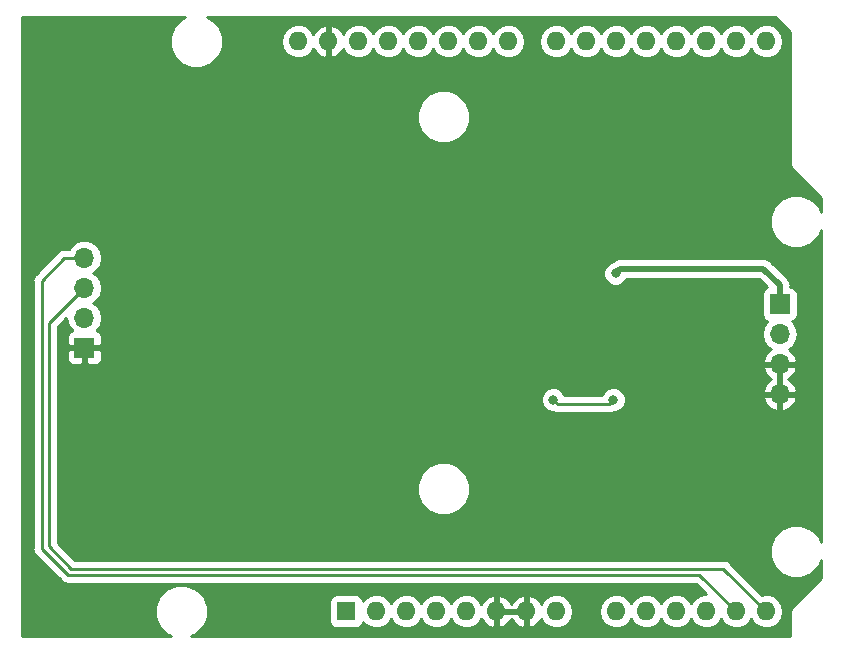
<source format=gbr>
G04 #@! TF.GenerationSoftware,KiCad,Pcbnew,(5.0.0)*
G04 #@! TF.CreationDate,2019-09-08T12:51:47+09:00*
G04 #@! TF.ProjectId,gauss_meter_hw,67617573735F6D657465725F68772E6B,rev?*
G04 #@! TF.SameCoordinates,Original*
G04 #@! TF.FileFunction,Copper,L2,Bot,Signal*
G04 #@! TF.FilePolarity,Positive*
%FSLAX46Y46*%
G04 Gerber Fmt 4.6, Leading zero omitted, Abs format (unit mm)*
G04 Created by KiCad (PCBNEW (5.0.0)) date 09/08/19 12:51:47*
%MOMM*%
%LPD*%
G01*
G04 APERTURE LIST*
G04 #@! TA.AperFunction,ComponentPad*
%ADD10O,1.600000X1.600000*%
G04 #@! TD*
G04 #@! TA.AperFunction,ComponentPad*
%ADD11R,1.600000X1.600000*%
G04 #@! TD*
G04 #@! TA.AperFunction,ComponentPad*
%ADD12R,1.700000X1.700000*%
G04 #@! TD*
G04 #@! TA.AperFunction,ComponentPad*
%ADD13O,1.700000X1.700000*%
G04 #@! TD*
G04 #@! TA.AperFunction,ViaPad*
%ADD14C,0.800000*%
G04 #@! TD*
G04 #@! TA.AperFunction,Conductor*
%ADD15C,0.500000*%
G04 #@! TD*
G04 #@! TA.AperFunction,Conductor*
%ADD16C,0.250000*%
G04 #@! TD*
G04 #@! TA.AperFunction,Conductor*
%ADD17C,0.254000*%
G04 #@! TD*
G04 APERTURE END LIST*
D10*
G04 #@! TO.P,A1,29*
G04 #@! TO.N,GND*
X142655001Y-64055001D03*
G04 #@! TO.P,A1,30*
G04 #@! TO.N,Net-(A1-Pad30)*
X140115001Y-64055001D03*
D11*
G04 #@! TO.P,A1,1*
G04 #@! TO.N,Net-(A1-Pad1)*
X144175001Y-112315001D03*
D10*
G04 #@! TO.P,A1,17*
G04 #@! TO.N,Net-(A1-Pad17)*
X174655001Y-64055001D03*
G04 #@! TO.P,A1,2*
G04 #@! TO.N,Net-(A1-Pad2)*
X146715001Y-112315001D03*
G04 #@! TO.P,A1,18*
G04 #@! TO.N,Net-(A1-Pad18)*
X172115001Y-64055001D03*
G04 #@! TO.P,A1,3*
G04 #@! TO.N,Net-(A1-Pad3)*
X149255001Y-112315001D03*
G04 #@! TO.P,A1,19*
G04 #@! TO.N,Net-(A1-Pad19)*
X169575001Y-64055001D03*
G04 #@! TO.P,A1,4*
G04 #@! TO.N,Net-(A1-Pad4)*
X151795001Y-112315001D03*
G04 #@! TO.P,A1,20*
G04 #@! TO.N,Net-(A1-Pad20)*
X167035001Y-64055001D03*
G04 #@! TO.P,A1,5*
G04 #@! TO.N,+5V*
X154335001Y-112315001D03*
G04 #@! TO.P,A1,21*
G04 #@! TO.N,Net-(A1-Pad21)*
X164495001Y-64055001D03*
G04 #@! TO.P,A1,6*
G04 #@! TO.N,GND*
X156875001Y-112315001D03*
G04 #@! TO.P,A1,22*
G04 #@! TO.N,Net-(A1-Pad22)*
X161955001Y-64055001D03*
G04 #@! TO.P,A1,7*
G04 #@! TO.N,GND*
X159415001Y-112315001D03*
G04 #@! TO.P,A1,23*
G04 #@! TO.N,Net-(A1-Pad23)*
X157895001Y-64055001D03*
G04 #@! TO.P,A1,8*
G04 #@! TO.N,Net-(A1-Pad8)*
X161955001Y-112315001D03*
G04 #@! TO.P,A1,24*
G04 #@! TO.N,Net-(A1-Pad24)*
X155355001Y-64055001D03*
G04 #@! TO.P,A1,9*
G04 #@! TO.N,Net-(A1-Pad9)*
X167035001Y-112315001D03*
G04 #@! TO.P,A1,25*
G04 #@! TO.N,Net-(A1-Pad25)*
X152815001Y-64055001D03*
G04 #@! TO.P,A1,10*
G04 #@! TO.N,Net-(A1-Pad10)*
X169575001Y-112315001D03*
G04 #@! TO.P,A1,26*
G04 #@! TO.N,Net-(A1-Pad26)*
X150275001Y-64055001D03*
G04 #@! TO.P,A1,11*
G04 #@! TO.N,Net-(A1-Pad11)*
X172115001Y-112315001D03*
G04 #@! TO.P,A1,27*
G04 #@! TO.N,Net-(A1-Pad27)*
X147735001Y-64055001D03*
G04 #@! TO.P,A1,12*
G04 #@! TO.N,Net-(A1-Pad12)*
X174655001Y-112315001D03*
G04 #@! TO.P,A1,28*
G04 #@! TO.N,Net-(A1-Pad28)*
X145195001Y-64055001D03*
G04 #@! TO.P,A1,13*
G04 #@! TO.N,Net-(A1-Pad13)*
X177195001Y-112315001D03*
G04 #@! TO.P,A1,14*
G04 #@! TO.N,Net-(A1-Pad14)*
X179735001Y-112315001D03*
G04 #@! TO.P,A1,15*
G04 #@! TO.N,Net-(A1-Pad15)*
X179735001Y-64055001D03*
G04 #@! TO.P,A1,16*
G04 #@! TO.N,Net-(A1-Pad16)*
X177195001Y-64055001D03*
G04 #@! TD*
D12*
G04 #@! TO.P,J1,1*
G04 #@! TO.N,+5V*
X180900000Y-86300000D03*
D13*
G04 #@! TO.P,J1,2*
G04 #@! TO.N,Net-(C1-Pad1)*
X180900000Y-88840000D03*
G04 #@! TO.P,J1,3*
G04 #@! TO.N,GND*
X180900000Y-91380000D03*
G04 #@! TO.P,J1,4*
X180900000Y-93920000D03*
G04 #@! TD*
D12*
G04 #@! TO.P,J2,1*
G04 #@! TO.N,GND*
X122000000Y-90000000D03*
D13*
G04 #@! TO.P,J2,2*
G04 #@! TO.N,+5V*
X122000000Y-87460000D03*
G04 #@! TO.P,J2,3*
G04 #@! TO.N,Net-(A1-Pad14)*
X122000000Y-84920000D03*
G04 #@! TO.P,J2,4*
G04 #@! TO.N,Net-(A1-Pad13)*
X122000000Y-82380000D03*
G04 #@! TD*
D14*
G04 #@! TO.N,GND*
X166485001Y-102305001D03*
X167685001Y-102305001D03*
X168885001Y-102305001D03*
X170085001Y-102305001D03*
X171285001Y-102305001D03*
X172485001Y-102305001D03*
X173685001Y-102305001D03*
X174885001Y-102305001D03*
X176085001Y-102305001D03*
X166485001Y-103405001D03*
X167685001Y-103405001D03*
X168885001Y-103405001D03*
X170085001Y-103405001D03*
X171285001Y-103405001D03*
X172485001Y-103405001D03*
X173685001Y-103405001D03*
X174885001Y-103405001D03*
X176085001Y-103405001D03*
X166485001Y-104505001D03*
X167685001Y-104505001D03*
X168885001Y-104505001D03*
X170085001Y-104505001D03*
X171285001Y-104505001D03*
X172485001Y-104505001D03*
X173685001Y-104505001D03*
X174885001Y-104505001D03*
X176085001Y-104505001D03*
X118285001Y-112205001D03*
X119585001Y-112205001D03*
X120885001Y-112205001D03*
X122185001Y-112205001D03*
X123485001Y-112205001D03*
X124785001Y-112205001D03*
X126085001Y-112205001D03*
X127385001Y-112205001D03*
X127785001Y-65305001D03*
X125385001Y-65305001D03*
X127785001Y-64205001D03*
X122985001Y-64205001D03*
X122985001Y-65305001D03*
X126585001Y-64205001D03*
X121785001Y-65305001D03*
X125385001Y-64205001D03*
X126585001Y-65305001D03*
X118185001Y-65305001D03*
X120585001Y-65305001D03*
X121785001Y-64205001D03*
X119385001Y-65305001D03*
X118185001Y-63105001D03*
X126585001Y-63105001D03*
X119385001Y-63105001D03*
X120585001Y-63105001D03*
X121785001Y-63105001D03*
X122985001Y-63105001D03*
X124185001Y-63105001D03*
X125385001Y-63105001D03*
X124185001Y-65305001D03*
X127785001Y-63105001D03*
X118185001Y-64205001D03*
X119385001Y-64205001D03*
X120585001Y-64205001D03*
X124185001Y-64205001D03*
X157785001Y-75905001D03*
X156685001Y-83005001D03*
X157785001Y-80605001D03*
X157785001Y-79405001D03*
X157785001Y-78305001D03*
X155585001Y-80605001D03*
X155585001Y-78305001D03*
X156685001Y-80605001D03*
X157785001Y-83005001D03*
X157785001Y-81805001D03*
X155585001Y-79405001D03*
X156685001Y-77105001D03*
X155585001Y-75905001D03*
X156685001Y-79405001D03*
X157785001Y-77105001D03*
X155585001Y-77105001D03*
X157785001Y-85405001D03*
X155585001Y-85405001D03*
X157785001Y-84205001D03*
X156685001Y-81805001D03*
X156685001Y-85405001D03*
X156685001Y-84205001D03*
X156685001Y-78305001D03*
X156685001Y-75905001D03*
X155585001Y-84205001D03*
X155585001Y-81805001D03*
X155585001Y-83005001D03*
X159085001Y-76005001D03*
X162685001Y-77105001D03*
X160285001Y-77105001D03*
X166285001Y-77105001D03*
X162685001Y-76005001D03*
X160285001Y-78205001D03*
X168685001Y-77105001D03*
X160285001Y-76005001D03*
X159085001Y-77105001D03*
X161485001Y-76005001D03*
X163885001Y-76005001D03*
X165085001Y-77105001D03*
X163885001Y-78205001D03*
X165085001Y-78205001D03*
X165085001Y-76005001D03*
X159085001Y-78205001D03*
X163885001Y-77105001D03*
X166285001Y-78205001D03*
X166285001Y-76005001D03*
X161485001Y-78205001D03*
X168685001Y-78205001D03*
X162685001Y-78205001D03*
X167485001Y-77105001D03*
X167485001Y-78205001D03*
X168685001Y-76005001D03*
X167485001Y-76005001D03*
X161485001Y-77105001D03*
X169885001Y-76005001D03*
X174685001Y-76005001D03*
X175885001Y-78205001D03*
X177085001Y-76005001D03*
X173485001Y-78205001D03*
X177085001Y-77105001D03*
X179485001Y-77105001D03*
X177085001Y-78205001D03*
X179485001Y-78205001D03*
X178285001Y-78205001D03*
X169885001Y-78205001D03*
X178285001Y-76005001D03*
X172285001Y-77105001D03*
X172285001Y-76005001D03*
X175885001Y-77105001D03*
X174685001Y-77105001D03*
X178285001Y-77105001D03*
X173485001Y-77105001D03*
X171085001Y-76005001D03*
X174685001Y-78205001D03*
X171085001Y-77105001D03*
X171085001Y-78205001D03*
X175885001Y-76005001D03*
X172285001Y-78205001D03*
X179485001Y-76005001D03*
X169885001Y-77105001D03*
X173485001Y-76005001D03*
X155585001Y-96105001D03*
X156685001Y-92505001D03*
X156685001Y-94905001D03*
X156685001Y-88905001D03*
X155585001Y-92505001D03*
X157785001Y-94905001D03*
X156685001Y-86505001D03*
X155585001Y-94905001D03*
X156685001Y-96105001D03*
X155585001Y-93705001D03*
X155585001Y-91305001D03*
X156685001Y-90105001D03*
X157785001Y-91305001D03*
X157785001Y-90105001D03*
X155585001Y-90105001D03*
X157785001Y-96105001D03*
X156685001Y-91305001D03*
X157785001Y-88905001D03*
X155585001Y-88905001D03*
X157785001Y-93705001D03*
X157785001Y-86505001D03*
X157785001Y-92505001D03*
X156685001Y-87705001D03*
X157785001Y-87705001D03*
X155585001Y-86505001D03*
X155585001Y-87705001D03*
X156685001Y-93705001D03*
X156685001Y-102105001D03*
X157785001Y-102105001D03*
X156685001Y-98505001D03*
X157785001Y-104505001D03*
X156685001Y-100905001D03*
X155585001Y-104505001D03*
X156685001Y-104505001D03*
X156685001Y-99705001D03*
X155585001Y-102105001D03*
X155585001Y-100905001D03*
X157785001Y-98505001D03*
X156685001Y-97305001D03*
X157785001Y-97305001D03*
X155585001Y-103305001D03*
X155585001Y-97305001D03*
X156685001Y-103305001D03*
X157785001Y-99705001D03*
X157785001Y-100905001D03*
X155585001Y-99705001D03*
X157785001Y-103305001D03*
X155585001Y-98505001D03*
X160085001Y-103305001D03*
X160085001Y-102105001D03*
X160085001Y-104505001D03*
X158985001Y-104505001D03*
X158985001Y-103305001D03*
X158985001Y-102105001D03*
X161185001Y-102105001D03*
X161185001Y-104505001D03*
X162285001Y-104505001D03*
X161185001Y-103305001D03*
X162285001Y-103305001D03*
X162285001Y-102105001D03*
X163385001Y-104505001D03*
X163385001Y-102105001D03*
X163385001Y-103305001D03*
G04 #@! TO.N,+5V*
X166985001Y-83705001D03*
G04 #@! TO.N,Net-(RV2-Pad1)*
X161700000Y-94390002D03*
X166800000Y-94390002D03*
G04 #@! TD*
D15*
G04 #@! TO.N,+5V*
X167385000Y-83305002D02*
X179485002Y-83305002D01*
X166985001Y-83705001D02*
X167385000Y-83305002D01*
X180900000Y-84720000D02*
X180900000Y-86300000D01*
X179485002Y-83305002D02*
X180900000Y-84720000D01*
D16*
G04 #@! TO.N,Net-(A1-Pad13)*
X177195001Y-112315001D02*
X174085001Y-109205001D01*
X174085001Y-109205001D02*
X120585001Y-109205001D01*
X120585001Y-109205001D02*
X118385001Y-107005001D01*
X118385001Y-107005001D02*
X118385001Y-84305001D01*
X120310002Y-82380000D02*
X122000000Y-82380000D01*
X118385001Y-84305001D02*
X120310002Y-82380000D01*
G04 #@! TO.N,Net-(A1-Pad14)*
X118985001Y-87934999D02*
X122000000Y-84920000D01*
X118985001Y-106805001D02*
X118985001Y-87934999D01*
X120885001Y-108705001D02*
X118985001Y-106805001D01*
X179735001Y-112315001D02*
X176125001Y-108705001D01*
X176125001Y-108705001D02*
X120885001Y-108705001D01*
G04 #@! TO.N,Net-(RV2-Pad1)*
X166400001Y-94790001D02*
X166800000Y-94390002D01*
X162099999Y-94790001D02*
X166400001Y-94790001D01*
X161700000Y-94390002D02*
X162099999Y-94790001D01*
G04 #@! TD*
D17*
G04 #@! TO.N,GND*
G36*
X130208975Y-62160260D02*
X129580260Y-62788975D01*
X129240001Y-63610432D01*
X129240001Y-64499570D01*
X129580260Y-65321027D01*
X130208975Y-65949742D01*
X131030432Y-66290001D01*
X131919570Y-66290001D01*
X132741027Y-65949742D01*
X133369742Y-65321027D01*
X133710001Y-64499570D01*
X133710001Y-64055001D01*
X138651888Y-64055001D01*
X138763261Y-64614910D01*
X139080424Y-65089578D01*
X139555092Y-65406741D01*
X139973668Y-65490001D01*
X140256334Y-65490001D01*
X140674910Y-65406741D01*
X141149578Y-65089578D01*
X141405948Y-64705893D01*
X141502612Y-64910135D01*
X141917578Y-65286042D01*
X142305962Y-65446905D01*
X142528001Y-65324916D01*
X142528001Y-64182001D01*
X142508001Y-64182001D01*
X142508001Y-63928001D01*
X142528001Y-63928001D01*
X142528001Y-62785086D01*
X142782001Y-62785086D01*
X142782001Y-63928001D01*
X142802001Y-63928001D01*
X142802001Y-64182001D01*
X142782001Y-64182001D01*
X142782001Y-65324916D01*
X143004040Y-65446905D01*
X143392424Y-65286042D01*
X143807390Y-64910135D01*
X143904054Y-64705893D01*
X144160424Y-65089578D01*
X144635092Y-65406741D01*
X145053668Y-65490001D01*
X145336334Y-65490001D01*
X145754910Y-65406741D01*
X146229578Y-65089578D01*
X146465001Y-64737243D01*
X146700424Y-65089578D01*
X147175092Y-65406741D01*
X147593668Y-65490001D01*
X147876334Y-65490001D01*
X148294910Y-65406741D01*
X148769578Y-65089578D01*
X149005001Y-64737243D01*
X149240424Y-65089578D01*
X149715092Y-65406741D01*
X150133668Y-65490001D01*
X150416334Y-65490001D01*
X150834910Y-65406741D01*
X151309578Y-65089578D01*
X151545001Y-64737243D01*
X151780424Y-65089578D01*
X152255092Y-65406741D01*
X152673668Y-65490001D01*
X152956334Y-65490001D01*
X153374910Y-65406741D01*
X153849578Y-65089578D01*
X154085001Y-64737243D01*
X154320424Y-65089578D01*
X154795092Y-65406741D01*
X155213668Y-65490001D01*
X155496334Y-65490001D01*
X155914910Y-65406741D01*
X156389578Y-65089578D01*
X156625001Y-64737243D01*
X156860424Y-65089578D01*
X157335092Y-65406741D01*
X157753668Y-65490001D01*
X158036334Y-65490001D01*
X158454910Y-65406741D01*
X158929578Y-65089578D01*
X159246741Y-64614910D01*
X159358114Y-64055001D01*
X160491888Y-64055001D01*
X160603261Y-64614910D01*
X160920424Y-65089578D01*
X161395092Y-65406741D01*
X161813668Y-65490001D01*
X162096334Y-65490001D01*
X162514910Y-65406741D01*
X162989578Y-65089578D01*
X163225001Y-64737243D01*
X163460424Y-65089578D01*
X163935092Y-65406741D01*
X164353668Y-65490001D01*
X164636334Y-65490001D01*
X165054910Y-65406741D01*
X165529578Y-65089578D01*
X165765001Y-64737243D01*
X166000424Y-65089578D01*
X166475092Y-65406741D01*
X166893668Y-65490001D01*
X167176334Y-65490001D01*
X167594910Y-65406741D01*
X168069578Y-65089578D01*
X168305001Y-64737243D01*
X168540424Y-65089578D01*
X169015092Y-65406741D01*
X169433668Y-65490001D01*
X169716334Y-65490001D01*
X170134910Y-65406741D01*
X170609578Y-65089578D01*
X170845001Y-64737243D01*
X171080424Y-65089578D01*
X171555092Y-65406741D01*
X171973668Y-65490001D01*
X172256334Y-65490001D01*
X172674910Y-65406741D01*
X173149578Y-65089578D01*
X173385001Y-64737243D01*
X173620424Y-65089578D01*
X174095092Y-65406741D01*
X174513668Y-65490001D01*
X174796334Y-65490001D01*
X175214910Y-65406741D01*
X175689578Y-65089578D01*
X175925001Y-64737243D01*
X176160424Y-65089578D01*
X176635092Y-65406741D01*
X177053668Y-65490001D01*
X177336334Y-65490001D01*
X177754910Y-65406741D01*
X178229578Y-65089578D01*
X178465001Y-64737243D01*
X178700424Y-65089578D01*
X179175092Y-65406741D01*
X179593668Y-65490001D01*
X179876334Y-65490001D01*
X180294910Y-65406741D01*
X180769578Y-65089578D01*
X181086741Y-64614910D01*
X181198114Y-64055001D01*
X181086741Y-63495092D01*
X180769578Y-63020424D01*
X180294910Y-62703261D01*
X179876334Y-62620001D01*
X179593668Y-62620001D01*
X179175092Y-62703261D01*
X178700424Y-63020424D01*
X178465001Y-63372759D01*
X178229578Y-63020424D01*
X177754910Y-62703261D01*
X177336334Y-62620001D01*
X177053668Y-62620001D01*
X176635092Y-62703261D01*
X176160424Y-63020424D01*
X175925001Y-63372759D01*
X175689578Y-63020424D01*
X175214910Y-62703261D01*
X174796334Y-62620001D01*
X174513668Y-62620001D01*
X174095092Y-62703261D01*
X173620424Y-63020424D01*
X173385001Y-63372759D01*
X173149578Y-63020424D01*
X172674910Y-62703261D01*
X172256334Y-62620001D01*
X171973668Y-62620001D01*
X171555092Y-62703261D01*
X171080424Y-63020424D01*
X170845001Y-63372759D01*
X170609578Y-63020424D01*
X170134910Y-62703261D01*
X169716334Y-62620001D01*
X169433668Y-62620001D01*
X169015092Y-62703261D01*
X168540424Y-63020424D01*
X168305001Y-63372759D01*
X168069578Y-63020424D01*
X167594910Y-62703261D01*
X167176334Y-62620001D01*
X166893668Y-62620001D01*
X166475092Y-62703261D01*
X166000424Y-63020424D01*
X165765001Y-63372759D01*
X165529578Y-63020424D01*
X165054910Y-62703261D01*
X164636334Y-62620001D01*
X164353668Y-62620001D01*
X163935092Y-62703261D01*
X163460424Y-63020424D01*
X163225001Y-63372759D01*
X162989578Y-63020424D01*
X162514910Y-62703261D01*
X162096334Y-62620001D01*
X161813668Y-62620001D01*
X161395092Y-62703261D01*
X160920424Y-63020424D01*
X160603261Y-63495092D01*
X160491888Y-64055001D01*
X159358114Y-64055001D01*
X159246741Y-63495092D01*
X158929578Y-63020424D01*
X158454910Y-62703261D01*
X158036334Y-62620001D01*
X157753668Y-62620001D01*
X157335092Y-62703261D01*
X156860424Y-63020424D01*
X156625001Y-63372759D01*
X156389578Y-63020424D01*
X155914910Y-62703261D01*
X155496334Y-62620001D01*
X155213668Y-62620001D01*
X154795092Y-62703261D01*
X154320424Y-63020424D01*
X154085001Y-63372759D01*
X153849578Y-63020424D01*
X153374910Y-62703261D01*
X152956334Y-62620001D01*
X152673668Y-62620001D01*
X152255092Y-62703261D01*
X151780424Y-63020424D01*
X151545001Y-63372759D01*
X151309578Y-63020424D01*
X150834910Y-62703261D01*
X150416334Y-62620001D01*
X150133668Y-62620001D01*
X149715092Y-62703261D01*
X149240424Y-63020424D01*
X149005001Y-63372759D01*
X148769578Y-63020424D01*
X148294910Y-62703261D01*
X147876334Y-62620001D01*
X147593668Y-62620001D01*
X147175092Y-62703261D01*
X146700424Y-63020424D01*
X146465001Y-63372759D01*
X146229578Y-63020424D01*
X145754910Y-62703261D01*
X145336334Y-62620001D01*
X145053668Y-62620001D01*
X144635092Y-62703261D01*
X144160424Y-63020424D01*
X143904054Y-63404109D01*
X143807390Y-63199867D01*
X143392424Y-62823960D01*
X143004040Y-62663097D01*
X142782001Y-62785086D01*
X142528001Y-62785086D01*
X142305962Y-62663097D01*
X141917578Y-62823960D01*
X141502612Y-63199867D01*
X141405948Y-63404109D01*
X141149578Y-63020424D01*
X140674910Y-62703261D01*
X140256334Y-62620001D01*
X139973668Y-62620001D01*
X139555092Y-62703261D01*
X139080424Y-63020424D01*
X138763261Y-63495092D01*
X138651888Y-64055001D01*
X133710001Y-64055001D01*
X133710001Y-63610432D01*
X133369742Y-62788975D01*
X132741027Y-62160260D01*
X132390341Y-62015001D01*
X180490911Y-62015001D01*
X181775001Y-63299092D01*
X181775002Y-74335072D01*
X181761092Y-74405001D01*
X181816197Y-74682029D01*
X181973121Y-74916882D01*
X182032403Y-74956493D01*
X184375001Y-77299092D01*
X184375001Y-78524514D01*
X184169742Y-78028975D01*
X183541027Y-77400260D01*
X182719570Y-77060001D01*
X181830432Y-77060001D01*
X181008975Y-77400260D01*
X180380260Y-78028975D01*
X180040001Y-78850432D01*
X180040001Y-79739570D01*
X180380260Y-80561027D01*
X181008975Y-81189742D01*
X181830432Y-81530001D01*
X182719570Y-81530001D01*
X183541027Y-81189742D01*
X184169742Y-80561027D01*
X184375001Y-80065488D01*
X184375002Y-106464516D01*
X184169742Y-105968975D01*
X183541027Y-105340260D01*
X182719570Y-105000001D01*
X181830432Y-105000001D01*
X181008975Y-105340260D01*
X180380260Y-105968975D01*
X180040001Y-106790432D01*
X180040001Y-107679570D01*
X180380260Y-108501027D01*
X181008975Y-109129742D01*
X181830432Y-109470001D01*
X182719570Y-109470001D01*
X183541027Y-109129742D01*
X184169742Y-108501027D01*
X184375002Y-108005486D01*
X184375002Y-109510909D01*
X182032403Y-111853509D01*
X181973120Y-111893121D01*
X181816196Y-112127974D01*
X181778994Y-112315001D01*
X181761092Y-112405001D01*
X181775001Y-112474926D01*
X181775002Y-114395001D01*
X131023773Y-114395001D01*
X131471027Y-114209742D01*
X132099742Y-113581027D01*
X132440001Y-112759570D01*
X132440001Y-111870432D01*
X132292777Y-111515001D01*
X142727561Y-111515001D01*
X142727561Y-113115001D01*
X142776844Y-113362766D01*
X142917192Y-113572810D01*
X143127236Y-113713158D01*
X143375001Y-113762441D01*
X144975001Y-113762441D01*
X145222766Y-113713158D01*
X145432810Y-113572810D01*
X145573158Y-113362766D01*
X145599786Y-113228895D01*
X145680424Y-113349578D01*
X146155092Y-113666741D01*
X146573668Y-113750001D01*
X146856334Y-113750001D01*
X147274910Y-113666741D01*
X147749578Y-113349578D01*
X147985001Y-112997243D01*
X148220424Y-113349578D01*
X148695092Y-113666741D01*
X149113668Y-113750001D01*
X149396334Y-113750001D01*
X149814910Y-113666741D01*
X150289578Y-113349578D01*
X150525001Y-112997243D01*
X150760424Y-113349578D01*
X151235092Y-113666741D01*
X151653668Y-113750001D01*
X151936334Y-113750001D01*
X152354910Y-113666741D01*
X152829578Y-113349578D01*
X153065001Y-112997243D01*
X153300424Y-113349578D01*
X153775092Y-113666741D01*
X154193668Y-113750001D01*
X154476334Y-113750001D01*
X154894910Y-113666741D01*
X155369578Y-113349578D01*
X155625948Y-112965893D01*
X155722612Y-113170135D01*
X156137578Y-113546042D01*
X156525962Y-113706905D01*
X156748001Y-113584916D01*
X156748001Y-112442001D01*
X157002001Y-112442001D01*
X157002001Y-113584916D01*
X157224040Y-113706905D01*
X157612424Y-113546042D01*
X158027390Y-113170135D01*
X158145001Y-112921634D01*
X158262612Y-113170135D01*
X158677578Y-113546042D01*
X159065962Y-113706905D01*
X159288001Y-113584916D01*
X159288001Y-112442001D01*
X157002001Y-112442001D01*
X156748001Y-112442001D01*
X156728001Y-112442001D01*
X156728001Y-112188001D01*
X156748001Y-112188001D01*
X156748001Y-111045086D01*
X157002001Y-111045086D01*
X157002001Y-112188001D01*
X159288001Y-112188001D01*
X159288001Y-111045086D01*
X159542001Y-111045086D01*
X159542001Y-112188001D01*
X159562001Y-112188001D01*
X159562001Y-112442001D01*
X159542001Y-112442001D01*
X159542001Y-113584916D01*
X159764040Y-113706905D01*
X160152424Y-113546042D01*
X160567390Y-113170135D01*
X160664054Y-112965893D01*
X160920424Y-113349578D01*
X161395092Y-113666741D01*
X161813668Y-113750001D01*
X162096334Y-113750001D01*
X162514910Y-113666741D01*
X162989578Y-113349578D01*
X163306741Y-112874910D01*
X163418114Y-112315001D01*
X163306741Y-111755092D01*
X162989578Y-111280424D01*
X162514910Y-110963261D01*
X162096334Y-110880001D01*
X161813668Y-110880001D01*
X161395092Y-110963261D01*
X160920424Y-111280424D01*
X160664054Y-111664109D01*
X160567390Y-111459867D01*
X160152424Y-111083960D01*
X159764040Y-110923097D01*
X159542001Y-111045086D01*
X159288001Y-111045086D01*
X159065962Y-110923097D01*
X158677578Y-111083960D01*
X158262612Y-111459867D01*
X158145001Y-111708368D01*
X158027390Y-111459867D01*
X157612424Y-111083960D01*
X157224040Y-110923097D01*
X157002001Y-111045086D01*
X156748001Y-111045086D01*
X156525962Y-110923097D01*
X156137578Y-111083960D01*
X155722612Y-111459867D01*
X155625948Y-111664109D01*
X155369578Y-111280424D01*
X154894910Y-110963261D01*
X154476334Y-110880001D01*
X154193668Y-110880001D01*
X153775092Y-110963261D01*
X153300424Y-111280424D01*
X153065001Y-111632759D01*
X152829578Y-111280424D01*
X152354910Y-110963261D01*
X151936334Y-110880001D01*
X151653668Y-110880001D01*
X151235092Y-110963261D01*
X150760424Y-111280424D01*
X150525001Y-111632759D01*
X150289578Y-111280424D01*
X149814910Y-110963261D01*
X149396334Y-110880001D01*
X149113668Y-110880001D01*
X148695092Y-110963261D01*
X148220424Y-111280424D01*
X147985001Y-111632759D01*
X147749578Y-111280424D01*
X147274910Y-110963261D01*
X146856334Y-110880001D01*
X146573668Y-110880001D01*
X146155092Y-110963261D01*
X145680424Y-111280424D01*
X145599786Y-111401107D01*
X145573158Y-111267236D01*
X145432810Y-111057192D01*
X145222766Y-110916844D01*
X144975001Y-110867561D01*
X143375001Y-110867561D01*
X143127236Y-110916844D01*
X142917192Y-111057192D01*
X142776844Y-111267236D01*
X142727561Y-111515001D01*
X132292777Y-111515001D01*
X132099742Y-111048975D01*
X131471027Y-110420260D01*
X130649570Y-110080001D01*
X129760432Y-110080001D01*
X128938975Y-110420260D01*
X128310260Y-111048975D01*
X127970001Y-111870432D01*
X127970001Y-112759570D01*
X128310260Y-113581027D01*
X128938975Y-114209742D01*
X129386229Y-114395001D01*
X116695001Y-114395001D01*
X116695001Y-84305001D01*
X117610113Y-84305001D01*
X117625002Y-84379853D01*
X117625001Y-106930154D01*
X117610113Y-107005001D01*
X117625001Y-107079848D01*
X117625001Y-107079852D01*
X117669097Y-107301537D01*
X117837072Y-107552930D01*
X117900531Y-107595332D01*
X119994671Y-109689473D01*
X120037072Y-109752930D01*
X120100528Y-109795330D01*
X120288463Y-109920905D01*
X120336606Y-109930481D01*
X120510149Y-109965001D01*
X120510153Y-109965001D01*
X120585001Y-109979889D01*
X120659849Y-109965001D01*
X173770200Y-109965001D01*
X174685200Y-110880001D01*
X174513668Y-110880001D01*
X174095092Y-110963261D01*
X173620424Y-111280424D01*
X173385001Y-111632759D01*
X173149578Y-111280424D01*
X172674910Y-110963261D01*
X172256334Y-110880001D01*
X171973668Y-110880001D01*
X171555092Y-110963261D01*
X171080424Y-111280424D01*
X170845001Y-111632759D01*
X170609578Y-111280424D01*
X170134910Y-110963261D01*
X169716334Y-110880001D01*
X169433668Y-110880001D01*
X169015092Y-110963261D01*
X168540424Y-111280424D01*
X168305001Y-111632759D01*
X168069578Y-111280424D01*
X167594910Y-110963261D01*
X167176334Y-110880001D01*
X166893668Y-110880001D01*
X166475092Y-110963261D01*
X166000424Y-111280424D01*
X165683261Y-111755092D01*
X165571888Y-112315001D01*
X165683261Y-112874910D01*
X166000424Y-113349578D01*
X166475092Y-113666741D01*
X166893668Y-113750001D01*
X167176334Y-113750001D01*
X167594910Y-113666741D01*
X168069578Y-113349578D01*
X168305001Y-112997243D01*
X168540424Y-113349578D01*
X169015092Y-113666741D01*
X169433668Y-113750001D01*
X169716334Y-113750001D01*
X170134910Y-113666741D01*
X170609578Y-113349578D01*
X170845001Y-112997243D01*
X171080424Y-113349578D01*
X171555092Y-113666741D01*
X171973668Y-113750001D01*
X172256334Y-113750001D01*
X172674910Y-113666741D01*
X173149578Y-113349578D01*
X173385001Y-112997243D01*
X173620424Y-113349578D01*
X174095092Y-113666741D01*
X174513668Y-113750001D01*
X174796334Y-113750001D01*
X175214910Y-113666741D01*
X175689578Y-113349578D01*
X175925001Y-112997243D01*
X176160424Y-113349578D01*
X176635092Y-113666741D01*
X177053668Y-113750001D01*
X177336334Y-113750001D01*
X177754910Y-113666741D01*
X178229578Y-113349578D01*
X178465001Y-112997243D01*
X178700424Y-113349578D01*
X179175092Y-113666741D01*
X179593668Y-113750001D01*
X179876334Y-113750001D01*
X180294910Y-113666741D01*
X180769578Y-113349578D01*
X181086741Y-112874910D01*
X181198114Y-112315001D01*
X181086741Y-111755092D01*
X180769578Y-111280424D01*
X180294910Y-110963261D01*
X179876334Y-110880001D01*
X179593668Y-110880001D01*
X179411115Y-110916313D01*
X176715332Y-108220531D01*
X176672930Y-108157072D01*
X176421538Y-107989097D01*
X176199853Y-107945001D01*
X176199848Y-107945001D01*
X176125001Y-107930113D01*
X176050154Y-107945001D01*
X121199803Y-107945001D01*
X119745001Y-106490200D01*
X119745001Y-101495431D01*
X150165000Y-101495431D01*
X150165000Y-102384569D01*
X150505259Y-103206026D01*
X151133974Y-103834741D01*
X151955431Y-104175000D01*
X152844569Y-104175000D01*
X153666026Y-103834741D01*
X154294741Y-103206026D01*
X154635000Y-102384569D01*
X154635000Y-101495431D01*
X154294741Y-100673974D01*
X153666026Y-100045259D01*
X152844569Y-99705000D01*
X151955431Y-99705000D01*
X151133974Y-100045259D01*
X150505259Y-100673974D01*
X150165000Y-101495431D01*
X119745001Y-101495431D01*
X119745001Y-94184128D01*
X160665000Y-94184128D01*
X160665000Y-94595876D01*
X160822569Y-94976282D01*
X161113720Y-95267433D01*
X161494126Y-95425002D01*
X161682382Y-95425002D01*
X161803462Y-95505905D01*
X162025147Y-95550001D01*
X162025151Y-95550001D01*
X162099998Y-95564889D01*
X162174845Y-95550001D01*
X166325154Y-95550001D01*
X166400001Y-95564889D01*
X166474848Y-95550001D01*
X166474853Y-95550001D01*
X166696538Y-95505905D01*
X166817618Y-95425002D01*
X167005874Y-95425002D01*
X167386280Y-95267433D01*
X167677431Y-94976282D01*
X167835000Y-94595876D01*
X167835000Y-94276890D01*
X179458524Y-94276890D01*
X179628355Y-94686924D01*
X180018642Y-95115183D01*
X180543108Y-95361486D01*
X180773000Y-95240819D01*
X180773000Y-94047000D01*
X181027000Y-94047000D01*
X181027000Y-95240819D01*
X181256892Y-95361486D01*
X181781358Y-95115183D01*
X182171645Y-94686924D01*
X182341476Y-94276890D01*
X182220155Y-94047000D01*
X181027000Y-94047000D01*
X180773000Y-94047000D01*
X179579845Y-94047000D01*
X179458524Y-94276890D01*
X167835000Y-94276890D01*
X167835000Y-94184128D01*
X167677431Y-93803722D01*
X167386280Y-93512571D01*
X167005874Y-93355002D01*
X166594126Y-93355002D01*
X166213720Y-93512571D01*
X165922569Y-93803722D01*
X165828841Y-94030001D01*
X162671159Y-94030001D01*
X162577431Y-93803722D01*
X162286280Y-93512571D01*
X161905874Y-93355002D01*
X161494126Y-93355002D01*
X161113720Y-93512571D01*
X160822569Y-93803722D01*
X160665000Y-94184128D01*
X119745001Y-94184128D01*
X119745001Y-91736890D01*
X179458524Y-91736890D01*
X179628355Y-92146924D01*
X180018642Y-92575183D01*
X180177954Y-92650000D01*
X180018642Y-92724817D01*
X179628355Y-93153076D01*
X179458524Y-93563110D01*
X179579845Y-93793000D01*
X180773000Y-93793000D01*
X180773000Y-91507000D01*
X181027000Y-91507000D01*
X181027000Y-93793000D01*
X182220155Y-93793000D01*
X182341476Y-93563110D01*
X182171645Y-93153076D01*
X181781358Y-92724817D01*
X181622046Y-92650000D01*
X181781358Y-92575183D01*
X182171645Y-92146924D01*
X182341476Y-91736890D01*
X182220155Y-91507000D01*
X181027000Y-91507000D01*
X180773000Y-91507000D01*
X179579845Y-91507000D01*
X179458524Y-91736890D01*
X119745001Y-91736890D01*
X119745001Y-90285750D01*
X120515000Y-90285750D01*
X120515000Y-90976310D01*
X120611673Y-91209699D01*
X120790302Y-91388327D01*
X121023691Y-91485000D01*
X121714250Y-91485000D01*
X121873000Y-91326250D01*
X121873000Y-90127000D01*
X122127000Y-90127000D01*
X122127000Y-91326250D01*
X122285750Y-91485000D01*
X122976309Y-91485000D01*
X123209698Y-91388327D01*
X123388327Y-91209699D01*
X123485000Y-90976310D01*
X123485000Y-90285750D01*
X123326250Y-90127000D01*
X122127000Y-90127000D01*
X121873000Y-90127000D01*
X120673750Y-90127000D01*
X120515000Y-90285750D01*
X119745001Y-90285750D01*
X119745001Y-88249800D01*
X120494020Y-87500782D01*
X120601161Y-88039418D01*
X120929375Y-88530625D01*
X120951033Y-88545096D01*
X120790302Y-88611673D01*
X120611673Y-88790301D01*
X120515000Y-89023690D01*
X120515000Y-89714250D01*
X120673750Y-89873000D01*
X121873000Y-89873000D01*
X121873000Y-89853000D01*
X122127000Y-89853000D01*
X122127000Y-89873000D01*
X123326250Y-89873000D01*
X123485000Y-89714250D01*
X123485000Y-89023690D01*
X123388327Y-88790301D01*
X123209698Y-88611673D01*
X123048967Y-88545096D01*
X123070625Y-88530625D01*
X123398839Y-88039418D01*
X123514092Y-87460000D01*
X123398839Y-86880582D01*
X123070625Y-86389375D01*
X122772239Y-86190000D01*
X123070625Y-85990625D01*
X123398839Y-85499418D01*
X123514092Y-84920000D01*
X123398839Y-84340582D01*
X123070625Y-83849375D01*
X122772239Y-83650000D01*
X122998036Y-83499127D01*
X165950001Y-83499127D01*
X165950001Y-83910875D01*
X166107570Y-84291281D01*
X166398721Y-84582432D01*
X166779127Y-84740001D01*
X167190875Y-84740001D01*
X167571281Y-84582432D01*
X167862432Y-84291281D01*
X167904383Y-84190002D01*
X179118424Y-84190002D01*
X179789065Y-84860643D01*
X179592191Y-84992191D01*
X179451843Y-85202235D01*
X179402560Y-85450000D01*
X179402560Y-87150000D01*
X179451843Y-87397765D01*
X179592191Y-87607809D01*
X179802235Y-87748157D01*
X179847619Y-87757184D01*
X179829375Y-87769375D01*
X179501161Y-88260582D01*
X179385908Y-88840000D01*
X179501161Y-89419418D01*
X179829375Y-89910625D01*
X180148478Y-90123843D01*
X180018642Y-90184817D01*
X179628355Y-90613076D01*
X179458524Y-91023110D01*
X179579845Y-91253000D01*
X180773000Y-91253000D01*
X180773000Y-91233000D01*
X181027000Y-91233000D01*
X181027000Y-91253000D01*
X182220155Y-91253000D01*
X182341476Y-91023110D01*
X182171645Y-90613076D01*
X181781358Y-90184817D01*
X181651522Y-90123843D01*
X181970625Y-89910625D01*
X182298839Y-89419418D01*
X182414092Y-88840000D01*
X182298839Y-88260582D01*
X181970625Y-87769375D01*
X181952381Y-87757184D01*
X181997765Y-87748157D01*
X182207809Y-87607809D01*
X182348157Y-87397765D01*
X182397440Y-87150000D01*
X182397440Y-85450000D01*
X182348157Y-85202235D01*
X182207809Y-84992191D01*
X181997765Y-84851843D01*
X181785000Y-84809522D01*
X181785000Y-84807159D01*
X181802337Y-84719999D01*
X181785000Y-84632839D01*
X181785000Y-84632835D01*
X181733652Y-84374690D01*
X181538049Y-84081951D01*
X181464156Y-84032577D01*
X180172427Y-82740849D01*
X180123051Y-82666953D01*
X179830312Y-82471350D01*
X179572167Y-82420002D01*
X179572163Y-82420002D01*
X179485002Y-82402665D01*
X179397841Y-82420002D01*
X167472160Y-82420002D01*
X167384999Y-82402665D01*
X167297838Y-82420002D01*
X167297835Y-82420002D01*
X167039690Y-82471350D01*
X166746951Y-82666953D01*
X166731822Y-82689595D01*
X166398721Y-82827570D01*
X166107570Y-83118721D01*
X165950001Y-83499127D01*
X122998036Y-83499127D01*
X123070625Y-83450625D01*
X123398839Y-82959418D01*
X123514092Y-82380000D01*
X123398839Y-81800582D01*
X123070625Y-81309375D01*
X122579418Y-80981161D01*
X122146256Y-80895000D01*
X121853744Y-80895000D01*
X121420582Y-80981161D01*
X120929375Y-81309375D01*
X120721822Y-81620000D01*
X120384850Y-81620000D01*
X120310002Y-81605112D01*
X120235154Y-81620000D01*
X120235150Y-81620000D01*
X120013465Y-81664096D01*
X119762073Y-81832071D01*
X119719673Y-81895527D01*
X117900529Y-83714672D01*
X117837073Y-83757072D01*
X117794673Y-83820528D01*
X117794672Y-83820529D01*
X117669098Y-84008464D01*
X117610113Y-84305001D01*
X116695001Y-84305001D01*
X116695001Y-69995431D01*
X150165000Y-69995431D01*
X150165000Y-70884569D01*
X150505259Y-71706026D01*
X151133974Y-72334741D01*
X151955431Y-72675000D01*
X152844569Y-72675000D01*
X153666026Y-72334741D01*
X154294741Y-71706026D01*
X154635000Y-70884569D01*
X154635000Y-69995431D01*
X154294741Y-69173974D01*
X153666026Y-68545259D01*
X152844569Y-68205000D01*
X151955431Y-68205000D01*
X151133974Y-68545259D01*
X150505259Y-69173974D01*
X150165000Y-69995431D01*
X116695001Y-69995431D01*
X116695001Y-62015001D01*
X130559661Y-62015001D01*
X130208975Y-62160260D01*
X130208975Y-62160260D01*
G37*
X130208975Y-62160260D02*
X129580260Y-62788975D01*
X129240001Y-63610432D01*
X129240001Y-64499570D01*
X129580260Y-65321027D01*
X130208975Y-65949742D01*
X131030432Y-66290001D01*
X131919570Y-66290001D01*
X132741027Y-65949742D01*
X133369742Y-65321027D01*
X133710001Y-64499570D01*
X133710001Y-64055001D01*
X138651888Y-64055001D01*
X138763261Y-64614910D01*
X139080424Y-65089578D01*
X139555092Y-65406741D01*
X139973668Y-65490001D01*
X140256334Y-65490001D01*
X140674910Y-65406741D01*
X141149578Y-65089578D01*
X141405948Y-64705893D01*
X141502612Y-64910135D01*
X141917578Y-65286042D01*
X142305962Y-65446905D01*
X142528001Y-65324916D01*
X142528001Y-64182001D01*
X142508001Y-64182001D01*
X142508001Y-63928001D01*
X142528001Y-63928001D01*
X142528001Y-62785086D01*
X142782001Y-62785086D01*
X142782001Y-63928001D01*
X142802001Y-63928001D01*
X142802001Y-64182001D01*
X142782001Y-64182001D01*
X142782001Y-65324916D01*
X143004040Y-65446905D01*
X143392424Y-65286042D01*
X143807390Y-64910135D01*
X143904054Y-64705893D01*
X144160424Y-65089578D01*
X144635092Y-65406741D01*
X145053668Y-65490001D01*
X145336334Y-65490001D01*
X145754910Y-65406741D01*
X146229578Y-65089578D01*
X146465001Y-64737243D01*
X146700424Y-65089578D01*
X147175092Y-65406741D01*
X147593668Y-65490001D01*
X147876334Y-65490001D01*
X148294910Y-65406741D01*
X148769578Y-65089578D01*
X149005001Y-64737243D01*
X149240424Y-65089578D01*
X149715092Y-65406741D01*
X150133668Y-65490001D01*
X150416334Y-65490001D01*
X150834910Y-65406741D01*
X151309578Y-65089578D01*
X151545001Y-64737243D01*
X151780424Y-65089578D01*
X152255092Y-65406741D01*
X152673668Y-65490001D01*
X152956334Y-65490001D01*
X153374910Y-65406741D01*
X153849578Y-65089578D01*
X154085001Y-64737243D01*
X154320424Y-65089578D01*
X154795092Y-65406741D01*
X155213668Y-65490001D01*
X155496334Y-65490001D01*
X155914910Y-65406741D01*
X156389578Y-65089578D01*
X156625001Y-64737243D01*
X156860424Y-65089578D01*
X157335092Y-65406741D01*
X157753668Y-65490001D01*
X158036334Y-65490001D01*
X158454910Y-65406741D01*
X158929578Y-65089578D01*
X159246741Y-64614910D01*
X159358114Y-64055001D01*
X160491888Y-64055001D01*
X160603261Y-64614910D01*
X160920424Y-65089578D01*
X161395092Y-65406741D01*
X161813668Y-65490001D01*
X162096334Y-65490001D01*
X162514910Y-65406741D01*
X162989578Y-65089578D01*
X163225001Y-64737243D01*
X163460424Y-65089578D01*
X163935092Y-65406741D01*
X164353668Y-65490001D01*
X164636334Y-65490001D01*
X165054910Y-65406741D01*
X165529578Y-65089578D01*
X165765001Y-64737243D01*
X166000424Y-65089578D01*
X166475092Y-65406741D01*
X166893668Y-65490001D01*
X167176334Y-65490001D01*
X167594910Y-65406741D01*
X168069578Y-65089578D01*
X168305001Y-64737243D01*
X168540424Y-65089578D01*
X169015092Y-65406741D01*
X169433668Y-65490001D01*
X169716334Y-65490001D01*
X170134910Y-65406741D01*
X170609578Y-65089578D01*
X170845001Y-64737243D01*
X171080424Y-65089578D01*
X171555092Y-65406741D01*
X171973668Y-65490001D01*
X172256334Y-65490001D01*
X172674910Y-65406741D01*
X173149578Y-65089578D01*
X173385001Y-64737243D01*
X173620424Y-65089578D01*
X174095092Y-65406741D01*
X174513668Y-65490001D01*
X174796334Y-65490001D01*
X175214910Y-65406741D01*
X175689578Y-65089578D01*
X175925001Y-64737243D01*
X176160424Y-65089578D01*
X176635092Y-65406741D01*
X177053668Y-65490001D01*
X177336334Y-65490001D01*
X177754910Y-65406741D01*
X178229578Y-65089578D01*
X178465001Y-64737243D01*
X178700424Y-65089578D01*
X179175092Y-65406741D01*
X179593668Y-65490001D01*
X179876334Y-65490001D01*
X180294910Y-65406741D01*
X180769578Y-65089578D01*
X181086741Y-64614910D01*
X181198114Y-64055001D01*
X181086741Y-63495092D01*
X180769578Y-63020424D01*
X180294910Y-62703261D01*
X179876334Y-62620001D01*
X179593668Y-62620001D01*
X179175092Y-62703261D01*
X178700424Y-63020424D01*
X178465001Y-63372759D01*
X178229578Y-63020424D01*
X177754910Y-62703261D01*
X177336334Y-62620001D01*
X177053668Y-62620001D01*
X176635092Y-62703261D01*
X176160424Y-63020424D01*
X175925001Y-63372759D01*
X175689578Y-63020424D01*
X175214910Y-62703261D01*
X174796334Y-62620001D01*
X174513668Y-62620001D01*
X174095092Y-62703261D01*
X173620424Y-63020424D01*
X173385001Y-63372759D01*
X173149578Y-63020424D01*
X172674910Y-62703261D01*
X172256334Y-62620001D01*
X171973668Y-62620001D01*
X171555092Y-62703261D01*
X171080424Y-63020424D01*
X170845001Y-63372759D01*
X170609578Y-63020424D01*
X170134910Y-62703261D01*
X169716334Y-62620001D01*
X169433668Y-62620001D01*
X169015092Y-62703261D01*
X168540424Y-63020424D01*
X168305001Y-63372759D01*
X168069578Y-63020424D01*
X167594910Y-62703261D01*
X167176334Y-62620001D01*
X166893668Y-62620001D01*
X166475092Y-62703261D01*
X166000424Y-63020424D01*
X165765001Y-63372759D01*
X165529578Y-63020424D01*
X165054910Y-62703261D01*
X164636334Y-62620001D01*
X164353668Y-62620001D01*
X163935092Y-62703261D01*
X163460424Y-63020424D01*
X163225001Y-63372759D01*
X162989578Y-63020424D01*
X162514910Y-62703261D01*
X162096334Y-62620001D01*
X161813668Y-62620001D01*
X161395092Y-62703261D01*
X160920424Y-63020424D01*
X160603261Y-63495092D01*
X160491888Y-64055001D01*
X159358114Y-64055001D01*
X159246741Y-63495092D01*
X158929578Y-63020424D01*
X158454910Y-62703261D01*
X158036334Y-62620001D01*
X157753668Y-62620001D01*
X157335092Y-62703261D01*
X156860424Y-63020424D01*
X156625001Y-63372759D01*
X156389578Y-63020424D01*
X155914910Y-62703261D01*
X155496334Y-62620001D01*
X155213668Y-62620001D01*
X154795092Y-62703261D01*
X154320424Y-63020424D01*
X154085001Y-63372759D01*
X153849578Y-63020424D01*
X153374910Y-62703261D01*
X152956334Y-62620001D01*
X152673668Y-62620001D01*
X152255092Y-62703261D01*
X151780424Y-63020424D01*
X151545001Y-63372759D01*
X151309578Y-63020424D01*
X150834910Y-62703261D01*
X150416334Y-62620001D01*
X150133668Y-62620001D01*
X149715092Y-62703261D01*
X149240424Y-63020424D01*
X149005001Y-63372759D01*
X148769578Y-63020424D01*
X148294910Y-62703261D01*
X147876334Y-62620001D01*
X147593668Y-62620001D01*
X147175092Y-62703261D01*
X146700424Y-63020424D01*
X146465001Y-63372759D01*
X146229578Y-63020424D01*
X145754910Y-62703261D01*
X145336334Y-62620001D01*
X145053668Y-62620001D01*
X144635092Y-62703261D01*
X144160424Y-63020424D01*
X143904054Y-63404109D01*
X143807390Y-63199867D01*
X143392424Y-62823960D01*
X143004040Y-62663097D01*
X142782001Y-62785086D01*
X142528001Y-62785086D01*
X142305962Y-62663097D01*
X141917578Y-62823960D01*
X141502612Y-63199867D01*
X141405948Y-63404109D01*
X141149578Y-63020424D01*
X140674910Y-62703261D01*
X140256334Y-62620001D01*
X139973668Y-62620001D01*
X139555092Y-62703261D01*
X139080424Y-63020424D01*
X138763261Y-63495092D01*
X138651888Y-64055001D01*
X133710001Y-64055001D01*
X133710001Y-63610432D01*
X133369742Y-62788975D01*
X132741027Y-62160260D01*
X132390341Y-62015001D01*
X180490911Y-62015001D01*
X181775001Y-63299092D01*
X181775002Y-74335072D01*
X181761092Y-74405001D01*
X181816197Y-74682029D01*
X181973121Y-74916882D01*
X182032403Y-74956493D01*
X184375001Y-77299092D01*
X184375001Y-78524514D01*
X184169742Y-78028975D01*
X183541027Y-77400260D01*
X182719570Y-77060001D01*
X181830432Y-77060001D01*
X181008975Y-77400260D01*
X180380260Y-78028975D01*
X180040001Y-78850432D01*
X180040001Y-79739570D01*
X180380260Y-80561027D01*
X181008975Y-81189742D01*
X181830432Y-81530001D01*
X182719570Y-81530001D01*
X183541027Y-81189742D01*
X184169742Y-80561027D01*
X184375001Y-80065488D01*
X184375002Y-106464516D01*
X184169742Y-105968975D01*
X183541027Y-105340260D01*
X182719570Y-105000001D01*
X181830432Y-105000001D01*
X181008975Y-105340260D01*
X180380260Y-105968975D01*
X180040001Y-106790432D01*
X180040001Y-107679570D01*
X180380260Y-108501027D01*
X181008975Y-109129742D01*
X181830432Y-109470001D01*
X182719570Y-109470001D01*
X183541027Y-109129742D01*
X184169742Y-108501027D01*
X184375002Y-108005486D01*
X184375002Y-109510909D01*
X182032403Y-111853509D01*
X181973120Y-111893121D01*
X181816196Y-112127974D01*
X181778994Y-112315001D01*
X181761092Y-112405001D01*
X181775001Y-112474926D01*
X181775002Y-114395001D01*
X131023773Y-114395001D01*
X131471027Y-114209742D01*
X132099742Y-113581027D01*
X132440001Y-112759570D01*
X132440001Y-111870432D01*
X132292777Y-111515001D01*
X142727561Y-111515001D01*
X142727561Y-113115001D01*
X142776844Y-113362766D01*
X142917192Y-113572810D01*
X143127236Y-113713158D01*
X143375001Y-113762441D01*
X144975001Y-113762441D01*
X145222766Y-113713158D01*
X145432810Y-113572810D01*
X145573158Y-113362766D01*
X145599786Y-113228895D01*
X145680424Y-113349578D01*
X146155092Y-113666741D01*
X146573668Y-113750001D01*
X146856334Y-113750001D01*
X147274910Y-113666741D01*
X147749578Y-113349578D01*
X147985001Y-112997243D01*
X148220424Y-113349578D01*
X148695092Y-113666741D01*
X149113668Y-113750001D01*
X149396334Y-113750001D01*
X149814910Y-113666741D01*
X150289578Y-113349578D01*
X150525001Y-112997243D01*
X150760424Y-113349578D01*
X151235092Y-113666741D01*
X151653668Y-113750001D01*
X151936334Y-113750001D01*
X152354910Y-113666741D01*
X152829578Y-113349578D01*
X153065001Y-112997243D01*
X153300424Y-113349578D01*
X153775092Y-113666741D01*
X154193668Y-113750001D01*
X154476334Y-113750001D01*
X154894910Y-113666741D01*
X155369578Y-113349578D01*
X155625948Y-112965893D01*
X155722612Y-113170135D01*
X156137578Y-113546042D01*
X156525962Y-113706905D01*
X156748001Y-113584916D01*
X156748001Y-112442001D01*
X157002001Y-112442001D01*
X157002001Y-113584916D01*
X157224040Y-113706905D01*
X157612424Y-113546042D01*
X158027390Y-113170135D01*
X158145001Y-112921634D01*
X158262612Y-113170135D01*
X158677578Y-113546042D01*
X159065962Y-113706905D01*
X159288001Y-113584916D01*
X159288001Y-112442001D01*
X157002001Y-112442001D01*
X156748001Y-112442001D01*
X156728001Y-112442001D01*
X156728001Y-112188001D01*
X156748001Y-112188001D01*
X156748001Y-111045086D01*
X157002001Y-111045086D01*
X157002001Y-112188001D01*
X159288001Y-112188001D01*
X159288001Y-111045086D01*
X159542001Y-111045086D01*
X159542001Y-112188001D01*
X159562001Y-112188001D01*
X159562001Y-112442001D01*
X159542001Y-112442001D01*
X159542001Y-113584916D01*
X159764040Y-113706905D01*
X160152424Y-113546042D01*
X160567390Y-113170135D01*
X160664054Y-112965893D01*
X160920424Y-113349578D01*
X161395092Y-113666741D01*
X161813668Y-113750001D01*
X162096334Y-113750001D01*
X162514910Y-113666741D01*
X162989578Y-113349578D01*
X163306741Y-112874910D01*
X163418114Y-112315001D01*
X163306741Y-111755092D01*
X162989578Y-111280424D01*
X162514910Y-110963261D01*
X162096334Y-110880001D01*
X161813668Y-110880001D01*
X161395092Y-110963261D01*
X160920424Y-111280424D01*
X160664054Y-111664109D01*
X160567390Y-111459867D01*
X160152424Y-111083960D01*
X159764040Y-110923097D01*
X159542001Y-111045086D01*
X159288001Y-111045086D01*
X159065962Y-110923097D01*
X158677578Y-111083960D01*
X158262612Y-111459867D01*
X158145001Y-111708368D01*
X158027390Y-111459867D01*
X157612424Y-111083960D01*
X157224040Y-110923097D01*
X157002001Y-111045086D01*
X156748001Y-111045086D01*
X156525962Y-110923097D01*
X156137578Y-111083960D01*
X155722612Y-111459867D01*
X155625948Y-111664109D01*
X155369578Y-111280424D01*
X154894910Y-110963261D01*
X154476334Y-110880001D01*
X154193668Y-110880001D01*
X153775092Y-110963261D01*
X153300424Y-111280424D01*
X153065001Y-111632759D01*
X152829578Y-111280424D01*
X152354910Y-110963261D01*
X151936334Y-110880001D01*
X151653668Y-110880001D01*
X151235092Y-110963261D01*
X150760424Y-111280424D01*
X150525001Y-111632759D01*
X150289578Y-111280424D01*
X149814910Y-110963261D01*
X149396334Y-110880001D01*
X149113668Y-110880001D01*
X148695092Y-110963261D01*
X148220424Y-111280424D01*
X147985001Y-111632759D01*
X147749578Y-111280424D01*
X147274910Y-110963261D01*
X146856334Y-110880001D01*
X146573668Y-110880001D01*
X146155092Y-110963261D01*
X145680424Y-111280424D01*
X145599786Y-111401107D01*
X145573158Y-111267236D01*
X145432810Y-111057192D01*
X145222766Y-110916844D01*
X144975001Y-110867561D01*
X143375001Y-110867561D01*
X143127236Y-110916844D01*
X142917192Y-111057192D01*
X142776844Y-111267236D01*
X142727561Y-111515001D01*
X132292777Y-111515001D01*
X132099742Y-111048975D01*
X131471027Y-110420260D01*
X130649570Y-110080001D01*
X129760432Y-110080001D01*
X128938975Y-110420260D01*
X128310260Y-111048975D01*
X127970001Y-111870432D01*
X127970001Y-112759570D01*
X128310260Y-113581027D01*
X128938975Y-114209742D01*
X129386229Y-114395001D01*
X116695001Y-114395001D01*
X116695001Y-84305001D01*
X117610113Y-84305001D01*
X117625002Y-84379853D01*
X117625001Y-106930154D01*
X117610113Y-107005001D01*
X117625001Y-107079848D01*
X117625001Y-107079852D01*
X117669097Y-107301537D01*
X117837072Y-107552930D01*
X117900531Y-107595332D01*
X119994671Y-109689473D01*
X120037072Y-109752930D01*
X120100528Y-109795330D01*
X120288463Y-109920905D01*
X120336606Y-109930481D01*
X120510149Y-109965001D01*
X120510153Y-109965001D01*
X120585001Y-109979889D01*
X120659849Y-109965001D01*
X173770200Y-109965001D01*
X174685200Y-110880001D01*
X174513668Y-110880001D01*
X174095092Y-110963261D01*
X173620424Y-111280424D01*
X173385001Y-111632759D01*
X173149578Y-111280424D01*
X172674910Y-110963261D01*
X172256334Y-110880001D01*
X171973668Y-110880001D01*
X171555092Y-110963261D01*
X171080424Y-111280424D01*
X170845001Y-111632759D01*
X170609578Y-111280424D01*
X170134910Y-110963261D01*
X169716334Y-110880001D01*
X169433668Y-110880001D01*
X169015092Y-110963261D01*
X168540424Y-111280424D01*
X168305001Y-111632759D01*
X168069578Y-111280424D01*
X167594910Y-110963261D01*
X167176334Y-110880001D01*
X166893668Y-110880001D01*
X166475092Y-110963261D01*
X166000424Y-111280424D01*
X165683261Y-111755092D01*
X165571888Y-112315001D01*
X165683261Y-112874910D01*
X166000424Y-113349578D01*
X166475092Y-113666741D01*
X166893668Y-113750001D01*
X167176334Y-113750001D01*
X167594910Y-113666741D01*
X168069578Y-113349578D01*
X168305001Y-112997243D01*
X168540424Y-113349578D01*
X169015092Y-113666741D01*
X169433668Y-113750001D01*
X169716334Y-113750001D01*
X170134910Y-113666741D01*
X170609578Y-113349578D01*
X170845001Y-112997243D01*
X171080424Y-113349578D01*
X171555092Y-113666741D01*
X171973668Y-113750001D01*
X172256334Y-113750001D01*
X172674910Y-113666741D01*
X173149578Y-113349578D01*
X173385001Y-112997243D01*
X173620424Y-113349578D01*
X174095092Y-113666741D01*
X174513668Y-113750001D01*
X174796334Y-113750001D01*
X175214910Y-113666741D01*
X175689578Y-113349578D01*
X175925001Y-112997243D01*
X176160424Y-113349578D01*
X176635092Y-113666741D01*
X177053668Y-113750001D01*
X177336334Y-113750001D01*
X177754910Y-113666741D01*
X178229578Y-113349578D01*
X178465001Y-112997243D01*
X178700424Y-113349578D01*
X179175092Y-113666741D01*
X179593668Y-113750001D01*
X179876334Y-113750001D01*
X180294910Y-113666741D01*
X180769578Y-113349578D01*
X181086741Y-112874910D01*
X181198114Y-112315001D01*
X181086741Y-111755092D01*
X180769578Y-111280424D01*
X180294910Y-110963261D01*
X179876334Y-110880001D01*
X179593668Y-110880001D01*
X179411115Y-110916313D01*
X176715332Y-108220531D01*
X176672930Y-108157072D01*
X176421538Y-107989097D01*
X176199853Y-107945001D01*
X176199848Y-107945001D01*
X176125001Y-107930113D01*
X176050154Y-107945001D01*
X121199803Y-107945001D01*
X119745001Y-106490200D01*
X119745001Y-101495431D01*
X150165000Y-101495431D01*
X150165000Y-102384569D01*
X150505259Y-103206026D01*
X151133974Y-103834741D01*
X151955431Y-104175000D01*
X152844569Y-104175000D01*
X153666026Y-103834741D01*
X154294741Y-103206026D01*
X154635000Y-102384569D01*
X154635000Y-101495431D01*
X154294741Y-100673974D01*
X153666026Y-100045259D01*
X152844569Y-99705000D01*
X151955431Y-99705000D01*
X151133974Y-100045259D01*
X150505259Y-100673974D01*
X150165000Y-101495431D01*
X119745001Y-101495431D01*
X119745001Y-94184128D01*
X160665000Y-94184128D01*
X160665000Y-94595876D01*
X160822569Y-94976282D01*
X161113720Y-95267433D01*
X161494126Y-95425002D01*
X161682382Y-95425002D01*
X161803462Y-95505905D01*
X162025147Y-95550001D01*
X162025151Y-95550001D01*
X162099998Y-95564889D01*
X162174845Y-95550001D01*
X166325154Y-95550001D01*
X166400001Y-95564889D01*
X166474848Y-95550001D01*
X166474853Y-95550001D01*
X166696538Y-95505905D01*
X166817618Y-95425002D01*
X167005874Y-95425002D01*
X167386280Y-95267433D01*
X167677431Y-94976282D01*
X167835000Y-94595876D01*
X167835000Y-94276890D01*
X179458524Y-94276890D01*
X179628355Y-94686924D01*
X180018642Y-95115183D01*
X180543108Y-95361486D01*
X180773000Y-95240819D01*
X180773000Y-94047000D01*
X181027000Y-94047000D01*
X181027000Y-95240819D01*
X181256892Y-95361486D01*
X181781358Y-95115183D01*
X182171645Y-94686924D01*
X182341476Y-94276890D01*
X182220155Y-94047000D01*
X181027000Y-94047000D01*
X180773000Y-94047000D01*
X179579845Y-94047000D01*
X179458524Y-94276890D01*
X167835000Y-94276890D01*
X167835000Y-94184128D01*
X167677431Y-93803722D01*
X167386280Y-93512571D01*
X167005874Y-93355002D01*
X166594126Y-93355002D01*
X166213720Y-93512571D01*
X165922569Y-93803722D01*
X165828841Y-94030001D01*
X162671159Y-94030001D01*
X162577431Y-93803722D01*
X162286280Y-93512571D01*
X161905874Y-93355002D01*
X161494126Y-93355002D01*
X161113720Y-93512571D01*
X160822569Y-93803722D01*
X160665000Y-94184128D01*
X119745001Y-94184128D01*
X119745001Y-91736890D01*
X179458524Y-91736890D01*
X179628355Y-92146924D01*
X180018642Y-92575183D01*
X180177954Y-92650000D01*
X180018642Y-92724817D01*
X179628355Y-93153076D01*
X179458524Y-93563110D01*
X179579845Y-93793000D01*
X180773000Y-93793000D01*
X180773000Y-91507000D01*
X181027000Y-91507000D01*
X181027000Y-93793000D01*
X182220155Y-93793000D01*
X182341476Y-93563110D01*
X182171645Y-93153076D01*
X181781358Y-92724817D01*
X181622046Y-92650000D01*
X181781358Y-92575183D01*
X182171645Y-92146924D01*
X182341476Y-91736890D01*
X182220155Y-91507000D01*
X181027000Y-91507000D01*
X180773000Y-91507000D01*
X179579845Y-91507000D01*
X179458524Y-91736890D01*
X119745001Y-91736890D01*
X119745001Y-90285750D01*
X120515000Y-90285750D01*
X120515000Y-90976310D01*
X120611673Y-91209699D01*
X120790302Y-91388327D01*
X121023691Y-91485000D01*
X121714250Y-91485000D01*
X121873000Y-91326250D01*
X121873000Y-90127000D01*
X122127000Y-90127000D01*
X122127000Y-91326250D01*
X122285750Y-91485000D01*
X122976309Y-91485000D01*
X123209698Y-91388327D01*
X123388327Y-91209699D01*
X123485000Y-90976310D01*
X123485000Y-90285750D01*
X123326250Y-90127000D01*
X122127000Y-90127000D01*
X121873000Y-90127000D01*
X120673750Y-90127000D01*
X120515000Y-90285750D01*
X119745001Y-90285750D01*
X119745001Y-88249800D01*
X120494020Y-87500782D01*
X120601161Y-88039418D01*
X120929375Y-88530625D01*
X120951033Y-88545096D01*
X120790302Y-88611673D01*
X120611673Y-88790301D01*
X120515000Y-89023690D01*
X120515000Y-89714250D01*
X120673750Y-89873000D01*
X121873000Y-89873000D01*
X121873000Y-89853000D01*
X122127000Y-89853000D01*
X122127000Y-89873000D01*
X123326250Y-89873000D01*
X123485000Y-89714250D01*
X123485000Y-89023690D01*
X123388327Y-88790301D01*
X123209698Y-88611673D01*
X123048967Y-88545096D01*
X123070625Y-88530625D01*
X123398839Y-88039418D01*
X123514092Y-87460000D01*
X123398839Y-86880582D01*
X123070625Y-86389375D01*
X122772239Y-86190000D01*
X123070625Y-85990625D01*
X123398839Y-85499418D01*
X123514092Y-84920000D01*
X123398839Y-84340582D01*
X123070625Y-83849375D01*
X122772239Y-83650000D01*
X122998036Y-83499127D01*
X165950001Y-83499127D01*
X165950001Y-83910875D01*
X166107570Y-84291281D01*
X166398721Y-84582432D01*
X166779127Y-84740001D01*
X167190875Y-84740001D01*
X167571281Y-84582432D01*
X167862432Y-84291281D01*
X167904383Y-84190002D01*
X179118424Y-84190002D01*
X179789065Y-84860643D01*
X179592191Y-84992191D01*
X179451843Y-85202235D01*
X179402560Y-85450000D01*
X179402560Y-87150000D01*
X179451843Y-87397765D01*
X179592191Y-87607809D01*
X179802235Y-87748157D01*
X179847619Y-87757184D01*
X179829375Y-87769375D01*
X179501161Y-88260582D01*
X179385908Y-88840000D01*
X179501161Y-89419418D01*
X179829375Y-89910625D01*
X180148478Y-90123843D01*
X180018642Y-90184817D01*
X179628355Y-90613076D01*
X179458524Y-91023110D01*
X179579845Y-91253000D01*
X180773000Y-91253000D01*
X180773000Y-91233000D01*
X181027000Y-91233000D01*
X181027000Y-91253000D01*
X182220155Y-91253000D01*
X182341476Y-91023110D01*
X182171645Y-90613076D01*
X181781358Y-90184817D01*
X181651522Y-90123843D01*
X181970625Y-89910625D01*
X182298839Y-89419418D01*
X182414092Y-88840000D01*
X182298839Y-88260582D01*
X181970625Y-87769375D01*
X181952381Y-87757184D01*
X181997765Y-87748157D01*
X182207809Y-87607809D01*
X182348157Y-87397765D01*
X182397440Y-87150000D01*
X182397440Y-85450000D01*
X182348157Y-85202235D01*
X182207809Y-84992191D01*
X181997765Y-84851843D01*
X181785000Y-84809522D01*
X181785000Y-84807159D01*
X181802337Y-84719999D01*
X181785000Y-84632839D01*
X181785000Y-84632835D01*
X181733652Y-84374690D01*
X181538049Y-84081951D01*
X181464156Y-84032577D01*
X180172427Y-82740849D01*
X180123051Y-82666953D01*
X179830312Y-82471350D01*
X179572167Y-82420002D01*
X179572163Y-82420002D01*
X179485002Y-82402665D01*
X179397841Y-82420002D01*
X167472160Y-82420002D01*
X167384999Y-82402665D01*
X167297838Y-82420002D01*
X167297835Y-82420002D01*
X167039690Y-82471350D01*
X166746951Y-82666953D01*
X166731822Y-82689595D01*
X166398721Y-82827570D01*
X166107570Y-83118721D01*
X165950001Y-83499127D01*
X122998036Y-83499127D01*
X123070625Y-83450625D01*
X123398839Y-82959418D01*
X123514092Y-82380000D01*
X123398839Y-81800582D01*
X123070625Y-81309375D01*
X122579418Y-80981161D01*
X122146256Y-80895000D01*
X121853744Y-80895000D01*
X121420582Y-80981161D01*
X120929375Y-81309375D01*
X120721822Y-81620000D01*
X120384850Y-81620000D01*
X120310002Y-81605112D01*
X120235154Y-81620000D01*
X120235150Y-81620000D01*
X120013465Y-81664096D01*
X119762073Y-81832071D01*
X119719673Y-81895527D01*
X117900529Y-83714672D01*
X117837073Y-83757072D01*
X117794673Y-83820528D01*
X117794672Y-83820529D01*
X117669098Y-84008464D01*
X117610113Y-84305001D01*
X116695001Y-84305001D01*
X116695001Y-69995431D01*
X150165000Y-69995431D01*
X150165000Y-70884569D01*
X150505259Y-71706026D01*
X151133974Y-72334741D01*
X151955431Y-72675000D01*
X152844569Y-72675000D01*
X153666026Y-72334741D01*
X154294741Y-71706026D01*
X154635000Y-70884569D01*
X154635000Y-69995431D01*
X154294741Y-69173974D01*
X153666026Y-68545259D01*
X152844569Y-68205000D01*
X151955431Y-68205000D01*
X151133974Y-68545259D01*
X150505259Y-69173974D01*
X150165000Y-69995431D01*
X116695001Y-69995431D01*
X116695001Y-62015001D01*
X130559661Y-62015001D01*
X130208975Y-62160260D01*
G04 #@! TD*
M02*

</source>
